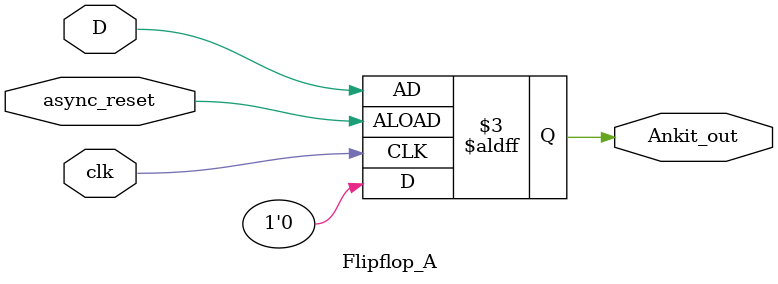
<source format=v>
`timescale 1ns / 1ps


module Flipflop_A(D,clk,async_reset,Ankit_out);
    input D; 
    input clk; 
    input async_reset; 
    output reg Ankit_out;
always @(posedge clk or negedge async_reset)
begin 
if(async_reset==1'b1)
    Ankit_out <= 1'b0;
else 
    Ankit_out <= D;
end 
endmodule

</source>
